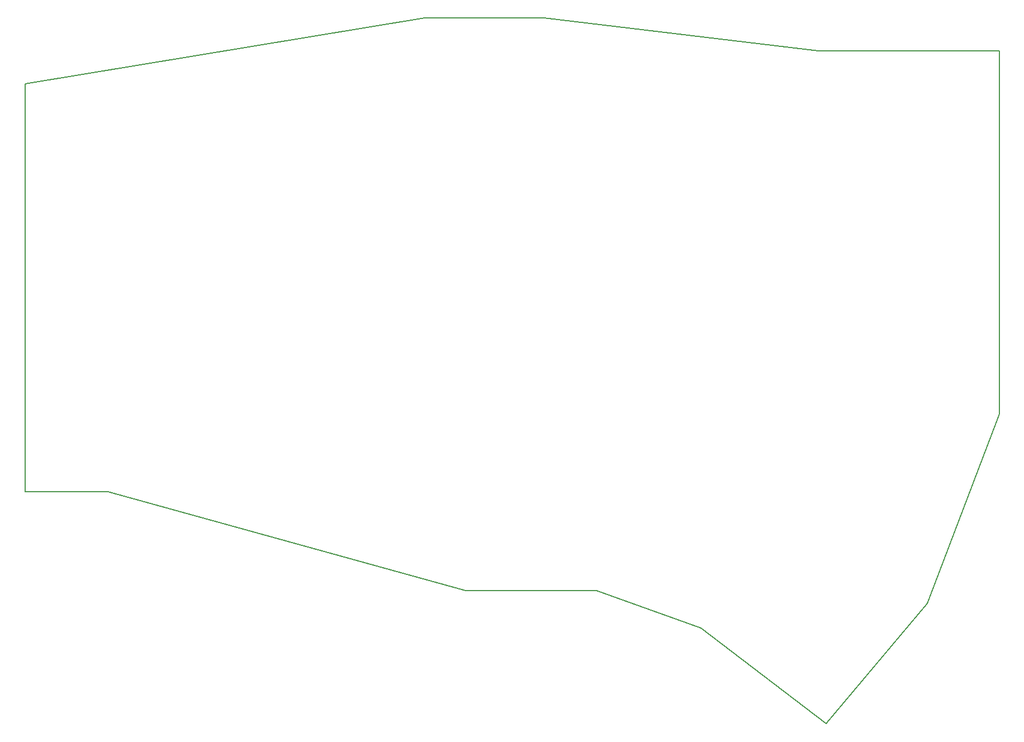
<source format=gbr>
%TF.GenerationSoftware,KiCad,Pcbnew,9.0.3*%
%TF.CreationDate,2025-09-27T17:43:50-06:00*%
%TF.ProjectId,left_connected,6c656674-5f63-46f6-9e6e-65637465642e,v1.0.0*%
%TF.SameCoordinates,Original*%
%TF.FileFunction,Profile,NP*%
%FSLAX46Y46*%
G04 Gerber Fmt 4.6, Leading zero omitted, Abs format (unit mm)*
G04 Created by KiCad (PCBNEW 9.0.3) date 2025-09-27 17:43:50*
%MOMM*%
%LPD*%
G01*
G04 APERTURE LIST*
%TA.AperFunction,Profile*%
%ADD10C,0.150000*%
%TD*%
G04 APERTURE END LIST*
D10*
X166000000Y-40100000D02*
X207600000Y-45100000D01*
X235000000Y-100100000D02*
X224071578Y-128822351D01*
X235000000Y-45100000D02*
X235000000Y-100100000D01*
X189828835Y-132547548D02*
X174000000Y-126900000D01*
X154200000Y-126900000D02*
X100000000Y-111900000D01*
X87400000Y-50100000D02*
X148000000Y-40100000D01*
X207600000Y-45100000D02*
X235000000Y-45100000D01*
X224071578Y-128822351D02*
X208773233Y-147054209D01*
X208773233Y-147054209D02*
X189828835Y-132547548D01*
X174000000Y-126900000D02*
X154200000Y-126900000D01*
X148000000Y-40100000D02*
X166000000Y-40100000D01*
X87400000Y-111900000D02*
X87400000Y-50100000D01*
X100000000Y-111900000D02*
X87400000Y-111900000D01*
M02*

</source>
